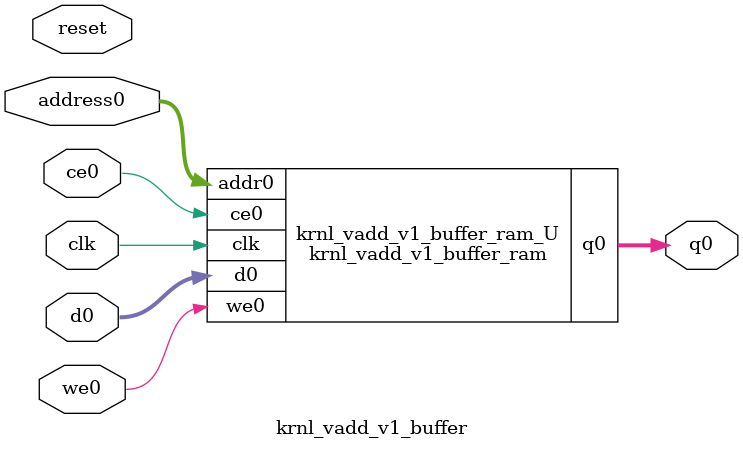
<source format=v>
`timescale 1 ns / 1 ps
module krnl_vadd_v1_buffer_ram (addr0, ce0, d0, we0, q0,  clk);

parameter DWIDTH = 32;
parameter AWIDTH = 8;
parameter MEM_SIZE = 256;

input[AWIDTH-1:0] addr0;
input ce0;
input[DWIDTH-1:0] d0;
input we0;
output reg[DWIDTH-1:0] q0;
input clk;

(* ram_style = "block" *)reg [DWIDTH-1:0] ram[0:MEM_SIZE-1];




always @(posedge clk)  
begin 
    if (ce0) begin
        if (we0) 
            ram[addr0] <= d0; 
        q0 <= ram[addr0];
    end
end


endmodule

`timescale 1 ns / 1 ps
module krnl_vadd_v1_buffer(
    reset,
    clk,
    address0,
    ce0,
    we0,
    d0,
    q0);

parameter DataWidth = 32'd32;
parameter AddressRange = 32'd256;
parameter AddressWidth = 32'd8;
input reset;
input clk;
input[AddressWidth - 1:0] address0;
input ce0;
input we0;
input[DataWidth - 1:0] d0;
output[DataWidth - 1:0] q0;



krnl_vadd_v1_buffer_ram krnl_vadd_v1_buffer_ram_U(
    .clk( clk ),
    .addr0( address0 ),
    .ce0( ce0 ),
    .we0( we0 ),
    .d0( d0 ),
    .q0( q0 ));

endmodule


</source>
